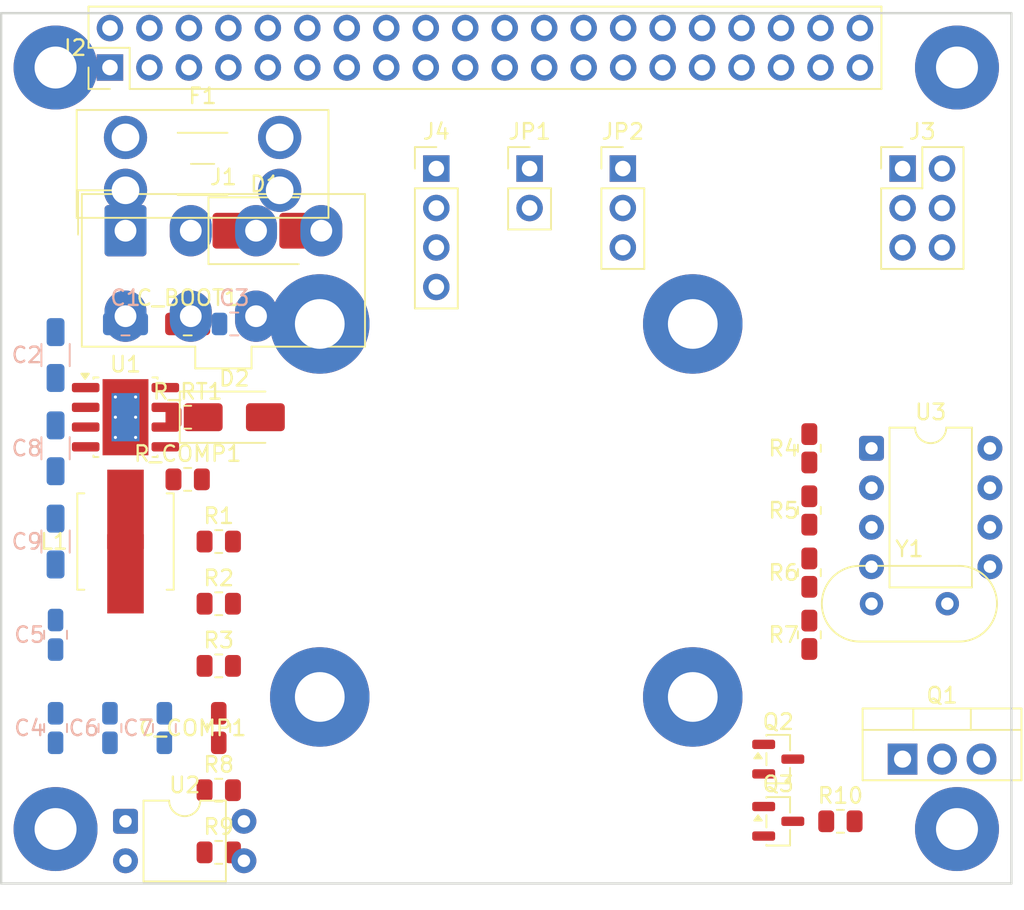
<source format=kicad_pcb>
(kicad_pcb (version 20241229) (generator "pcbnew") (generator_version "9.0")
  (layers (0 "F.Cu" signal) (2 "B.Cu" signal) (13 "F.Paste" user) (15 "B.Paste" user) (5 "F.SilkS" user "F.Silkscreen") (7 "B.SilkS" user "B.Silkscreen") (1 "F.Mask" user) (3 "B.Mask" user) (25 "Edge.Cuts" user))
  (net 0 "")
  (net 1 "GND")
  (net 2 "+3.3V")
  (net 3 "+5V")
  (net 4 "IGN_DETECT")
  (net 5 "XTAL1")
  (net 6 "XTAL2")
  (net 7 "12V_FUSED")
  (net 8 "/U1_BOOT")
  (net 9 "/U1_SW")
  (net 10 "/COMP_RC")
  (net 11 "12V_ACC")
  (net 13 "FAN_TACH")
  (net 31 "SHUTDOWN_REQ")
  (net 45 "FAN+")
  (net 46 "FAN-")
  (net 52 "12V_SWITCHED")
  (net 53 "/Q1_GATE")
  (net 54 "GATE_CTRL")
  (net 55 "FAN_PWM")
  (net 56 "/U1_FB")
  (net 57 "R6_OUT")
  (net 58 "RESET")
  (net 59 "Q2_GATE")
  (net 60 "/U1_COMP")
  (net 61 "/RT_CLK")
  (net 62 "HEARTBEAT_LED")
  (net 63 "TIMER_LED")
  (footprint "Diode_SMD:D_SMA" (layer "F.Cu") (at 110.78 80)
    (property "Reference" "D2" (at 0 -2.5 0) (layer "F.SilkS"))
    (property "Value" "SS34")
    (fp_line (start -3.51 -1.65) (end -3.51 1.65) (stroke (width 0.12)) (layer "F.SilkS"))
    (fp_line (start -3.51 -1.65) (end 2 -1.65) (stroke (width 0.12)) (layer "F.SilkS"))
    (fp_line (start -3.51 1.65) (end 2 1.65) (stroke (width 0.12)) (layer "F.SilkS"))
    (pad "1" smd roundrect (at -2 0) (size 2.5 1.8) (layers "F.Cu" "F.Mask" "F.Paste") (roundrect_rratio 0.1388888889) (net 7 "12V_FUSED"))
    (pad "2" smd roundrect (at 2 0) (size 2.5 1.8) (layers "F.Cu" "F.Mask" "F.Paste") (roundrect_rratio 0.1388888889) (net 7 "12V_FUSED"))
  )
  (footprint "Resistor_SMD:R_0805_2012Metric" (layer "F.Cu") (at 109.78 92)
    (property "Reference" "R2" (at 0 -1.65 0) (layer "F.SilkS"))
    (property "Value" "470")
    (fp_line (start -0.227064 -0.735) (end 0.227064 -0.735) (stroke (width 0.12)) (layer "F.SilkS"))
    (fp_line (start -0.227064 0.735) (end 0.227064 0.735) (stroke (width 0.12)) (layer "F.SilkS"))
    (pad "1" smd roundrect (at -0.9125 0) (size 1.025 1.4) (layers "F.Cu" "F.Mask" "F.Paste") (roundrect_rratio 0.243902) (net 53 "/Q1_GATE"))
    (pad "2" smd roundrect (at 0.9125 0) (size 1.025 1.4) (layers "F.Cu" "F.Mask" "F.Paste") (roundrect_rratio 0.243902) (net 54 "GATE_CTRL"))
  )
  (footprint "Package_SO:Texas_R-PDSO-G8_EP2.95x4.9mm_Mask2.4x3.1mm_ThermalVias" (layer "F.Cu") (at 103.78 80)
    (property "Reference" "U1" (at 0 -3.4 0) (layer "F.SilkS"))
    (property "Value" "TPS54560BDDA")
    (fp_line (start -2.06 -2.56) (end -1.735 -2.56) (stroke (width 0.12)) (layer "F.SilkS"))
    (fp_line (start -2.06 -2.465) (end -2.06 -2.56) (stroke (width 0.12)) (layer "F.SilkS"))
    (fp_line (start -2.06 2.56) (end -2.06 2.465) (stroke (width 0.12)) (layer "F.SilkS"))
    (fp_line (start -1.735 2.56) (end -2.06 2.56) (stroke (width 0.12)) (layer "F.SilkS"))
    (fp_line (start 1.735 -2.56) (end 2.06 -2.56) (stroke (width 0.12)) (layer "F.SilkS"))
    (fp_line (start 2.06 -2.56) (end 2.06 -2.465) (stroke (width 0.12)) (layer "F.SilkS"))
    (fp_line (start 2.06 2.465) (end 2.06 2.56) (stroke (width 0.12)) (layer "F.SilkS"))
    (fp_line (start 2.06 2.56) (end 1.735 2.56) (stroke (width 0.12)) (layer "F.SilkS"))
    (fp_poly (pts (xy -2.6 -2.47) (xy -2.84 -2.8) (xy -2.36 -2.8)) (stroke (width 0.12)) (fill yes) (layer "F.SilkS"))
    (pad "1" smd roundrect (at -2.5625 -1.905) (size 1.775 0.6) (layers "F.Cu" "F.Mask" "F.Paste") (net 8 "/U1_BOOT"))
    (pad "2" smd roundrect (at -2.5625 -0.635) (size 1.775 0.6) (layers "F.Cu" "F.Mask" "F.Paste") (net 7 "12V_FUSED"))
    (pad "3" smd roundrect (at -2.5625 0.635) (size 1.775 0.6) (layers "F.Cu" "F.Mask" "F.Paste") (net 7 "12V_FUSED"))
    (pad "4" smd roundrect (at -2.5625 1.905) (size 1.775 0.6) (layers "F.Cu" "F.Mask" "F.Paste") (net 61 "/RT_CLK"))
    (pad "5" smd roundrect (at 2.5625 1.905) (size 1.775 0.6) (layers "F.Cu" "F.Mask" "F.Paste") (net 56 "/U1_FB"))
    (pad "6" smd roundrect (at 2.5625 0.635) (size 1.775 0.6) (layers "F.Cu" "F.Mask" "F.Paste") (net 60 "/U1_COMP"))
    (pad "7" smd roundrect (at 2.5625 -0.635) (size 1.775 0.6) (layers "F.Cu" "F.Mask" "F.Paste") (net 1 "GND"))
    (pad "8" smd roundrect (at 2.5625 -1.905) (size 1.775 0.6) (layers "F.Cu" "F.Mask" "F.Paste") (net 9 "/U1_SW"))
    (pad "9" thru_hole circle (at -0.65 -1.3) (size 0.5 0.5) (drill 0.2) (property pad_prop_heatsink) (layers "*.Cu") (net 1 "GND"))
    (pad "9" thru_hole circle (at -0.65 0) (size 0.5 0.5) (drill 0.2) (property pad_prop_heatsink) (layers "*.Cu") (net 1 "GND"))
    (pad "9" thru_hole circle (at -0.65 1.3) (size 0.5 0.5) (drill 0.2) (property pad_prop_heatsink) (layers "*.Cu") (net 1 "GND"))
    (pad "9" smd rect (at 0 0) (size 1.8 3.1) (property pad_prop_heatsink) (layers "B.Cu") (net 1 "GND"))
    (pad "9" smd rect (at 0 0) (size 2.95 4.9) (property pad_prop_heatsink) (layers "F.Cu") (net 1 "GND"))
    (pad "9" thru_hole circle (at 0.65 -1.3) (size 0.5 0.5) (drill 0.2) (property pad_prop_heatsink) (layers "*.Cu") (net 1 "GND"))
    (pad "9" thru_hole circle (at 0.65 0) (size 0.5 0.5) (drill 0.2) (property pad_prop_heatsink) (layers "*.Cu") (net 1 "GND"))
    (pad "9" thru_hole circle (at 0.65 1.3) (size 0.5 0.5) (drill 0.2) (property pad_prop_heatsink) (layers "*.Cu") (net 1 "GND"))
  )
  (footprint "Resistor_SMD:R_0805_2012Metric" (layer "F.Cu") (at 109.78 96)
    (property "Reference" "R3" (at 0 -1.65 0) (layer "F.SilkS"))
    (property "Value" "51k 1%")
    (fp_line (start -0.227064 -0.735) (end 0.227064 -0.735) (stroke (width 0.12)) (layer "F.SilkS"))
    (fp_line (start -0.227064 0.735) (end 0.227064 0.735) (stroke (width 0.12)) (layer "F.SilkS"))
    (pad "1" smd roundrect (at -0.9125 0) (size 1.025 1.4) (layers "F.Cu" "F.Mask" "F.Paste") (roundrect_rratio 0.243902) (net 3 "+5V"))
    (pad "2" smd roundrect (at 0.9125 0) (size 1.025 1.4) (layers "F.Cu" "F.Mask" "F.Paste") (roundrect_rratio 0.243902) (net 56 "/U1_FB"))
  )
  (footprint "MountingHole:MountingHole_2.7mm_M2.5" (layer "F.Cu") (at 99.28 57.5)
    (property "Reference" "H1" (hide yes))
    (property "Value" "MountingHole" (hide yes))
    (pad "1" thru_hole circle (at 0 0) (size 5.4 5.4) (drill 2.7) (layers "*.Cu" "*.Mask"))
  )
  (footprint "Capacitor_SMD:C_0805_2012Metric" (layer "B.Cu") (at 103.78 74)
    (property "Reference" "C1" (at 0 -1.68 0) (layer "B.SilkS"))
    (property "Value" "100nF")
    (fp_line (start -0.261252 -0.735) (end 0.261252 -0.735) (stroke (width 0.12)) (layer "B.SilkS"))
    (fp_line (start -0.261252 0.735) (end 0.261252 0.735) (stroke (width 0.12)) (layer "B.SilkS"))
    (pad "1" smd roundrect (at -0.95 0) (size 1 1.45) (layers "B.Cu" "B.Mask" "B.Paste") (net 2 "+3.3V"))
    (pad "2" smd roundrect (at 0.95 0) (size 1 1.45) (layers "B.Cu" "B.Mask" "B.Paste") (net 1 "GND"))
  )
  (footprint "MountingHole:MountingHole_2.7mm_M2.5" (layer "F.Cu") (at 157.28 57.5)
    (property "Reference" "H2" (hide yes))
    (property "Value" "MountingHole" (hide yes))
    (pad "1" thru_hole circle (at 0 0) (size 5.4 5.4) (drill 2.7) (layers "*.Cu" "*.Mask"))
  )
  (footprint "Capacitor_SMD:C_1206_3216Metric" (layer "B.Cu") (at 99.28 88 90)
    (property "Reference" "C9" (at 0 -1.85 0) (layer "B.SilkS"))
    (property "Value" "22uF")
    (fp_line (start -0.711252 -0.91) (end 0.711252 -0.91) (stroke (width 0.12)) (layer "B.SilkS"))
    (fp_line (start -0.711252 0.91) (end 0.711252 0.91) (stroke (width 0.12)) (layer "B.SilkS"))
    (pad "1" smd roundrect (at -1.475 0) (size 1.15 1.8) (layers "B.Cu" "B.Mask" "B.Paste") (roundrect_rratio 0.217391) (net 7 "12V_FUSED"))
    (pad "2" smd roundrect (at 1.475 0) (size 1.15 1.8) (layers "B.Cu" "B.Mask" "B.Paste") (roundrect_rratio 0.217391) (net 1 "GND"))
  )
  (footprint "Connector_PinHeader_2.54mm:PinHeader_2x03_P2.54mm_Vertical" (layer "F.Cu") (at 153.78 64)
    (property "Reference" "J3" (at 1.27 -2.38 0) (layer "F.SilkS"))
    (property "Value" "ISP")
    (fp_line (start -1.38 -1.38) (end 0 -1.38) (stroke (width 0.12)) (layer "F.SilkS"))
    (fp_line (start -1.38 0) (end -1.38 -1.38) (stroke (width 0.12)) (layer "F.SilkS"))
    (fp_line (start -1.38 1.27) (end -1.38 6.46) (stroke (width 0.12)) (layer "F.SilkS"))
    (fp_line (start -1.38 1.27) (end 1.27 1.27) (stroke (width 0.12)) (layer "F.SilkS"))
    (fp_line (start -1.38 6.46) (end 3.92 6.46) (stroke (width 0.12)) (layer "F.SilkS"))
    (fp_line (start 1.27 -1.38) (end 3.92 -1.38) (stroke (width 0.12)) (layer "F.SilkS"))
    (fp_line (start 1.27 1.27) (end 1.27 -1.38) (stroke (width 0.12)) (layer "F.SilkS"))
    (fp_line (start 3.92 -1.38) (end 3.92 6.46) (stroke (width 0.12)) (layer "F.SilkS"))
    (pad "1" thru_hole rect (at 0 0) (size 1.7 1.7) (drill 1) (layers "*.Cu" "*.Mask"))
    (pad "2" thru_hole circle (at 2.54 0) (size 1.7 1.7) (drill 1) (layers "*.Cu" "*.Mask"))
    (pad "3" thru_hole circle (at 0 2.54) (size 1.7 1.7) (drill 1) (layers "*.Cu" "*.Mask"))
    (pad "4" thru_hole circle (at 2.54 2.54) (size 1.7 1.7) (drill 1) (layers "*.Cu" "*.Mask"))
    (pad "5" thru_hole circle (at 0 5.08) (size 1.7 1.7) (drill 1) (layers "*.Cu" "*.Mask"))
    (pad "6" thru_hole circle (at 2.54 5.08) (size 1.7 1.7) (drill 1) (layers "*.Cu" "*.Mask"))
  )
  (footprint "Capacitor_SMD:C_0805_2012Metric" (layer "B.Cu") (at 99.28 100 90)
    (property "Reference" "C4" (at 0 -1.68 0) (layer "B.SilkS"))
    (property "Value" "22pF")
    (fp_line (start -0.261252 -0.735) (end 0.261252 -0.735) (stroke (width 0.12)) (layer "B.SilkS"))
    (fp_line (start -0.261252 0.735) (end 0.261252 0.735) (stroke (width 0.12)) (layer "B.SilkS"))
    (pad "1" smd roundrect (at -0.95 0) (size 1 1.45) (layers "B.Cu" "B.Mask" "B.Paste") (net 2 "+3.3V"))
    (pad "2" smd roundrect (at 0.95 0) (size 1 1.45) (layers "B.Cu" "B.Mask" "B.Paste") (net 1 "GND"))
  )
  (footprint "Capacitor_SMD:C_0805_2012Metric" (layer "F.Cu") (at 107.78 74)
    (property "Reference" "C_BOOT1" (at 0 -1.68 0) (layer "F.SilkS"))
    (property "Value" "100nF")
    (fp_line (start -0.261252 -0.735) (end 0.261252 -0.735) (stroke (width 0.12)) (layer "F.SilkS"))
    (fp_line (start -0.261252 0.735) (end 0.261252 0.735) (stroke (width 0.12)) (layer "F.SilkS"))
    (pad "1" smd roundrect (at -0.95 0) (size 1 1.45) (layers "F.Cu" "F.Mask" "F.Paste") (net 9 "/U1_SW"))
    (pad "2" smd roundrect (at 0.95 0) (size 1 1.45) (layers "F.Cu" "F.Mask" "F.Paste") (net 8 "/U1_BOOT"))
  )
  (footprint "Inductor_SMD:L_Bourns_SRN6045TA" (layer "F.Cu") (at 103.78 88 90)
    (property "Reference" "L1" (at 0 -4.6 0) (layer "F.SilkS"))
    (property "Value" "33uH")
    (fp_line (start 3.1 -3.1) (end 3.1 -2.65) (stroke (width 0.12)) (layer "F.SilkS"))
    (fp_line (start -3.1 -3.1) (end 3.1 -3.1) (stroke (width 0.12)) (layer "F.SilkS"))
    (fp_line (start -3.1 -3.1) (end -3.1 -2.65) (stroke (width 0.12)) (layer "F.SilkS"))
    (fp_line (start 3.1 3.1) (end 3.1 2.65) (stroke (width 0.12)) (layer "F.SilkS"))
    (fp_line (start 3.1 3.1) (end -3.1 3.1) (stroke (width 0.12)) (layer "F.SilkS"))
    (fp_line (start -3.1 3.1) (end -3.1 2.65) (stroke (width 0.12)) (layer "F.SilkS"))
    (pad "1" smd rect (at -2.075 0) (size 2.35 5.1) (layers "F.Cu" "F.Mask" "F.Paste") (net 9 "/U1_SW"))
    (pad "2" smd rect (at 2.075 0) (size 2.35 5.1) (layers "F.Cu" "F.Mask" "F.Paste") (net 3 "+5V"))
  )
  (footprint "MountingHole:MountingHole_2.7mm_M2.5" (layer "F.Cu") (at 99.28 106.5)
    (property "Reference" "H3" (hide yes))
    (property "Value" "MountingHole" (hide yes))
    (pad "1" thru_hole circle (at 0 0) (size 5.4 5.4) (drill 2.7) (layers "*.Cu" "*.Mask"))
  )
  (footprint "Connector_PinHeader_2.54mm:PinHeader_1x02_P2.54mm_Vertical" (layer "F.Cu") (at 129.78 64)
    (property "Reference" "JP1" (at 0 -2.38 0) (layer "F.SilkS"))
    (property "Value" "Jumper")
    (fp_line (start -1.38 -1.38) (end 0 -1.38) (stroke (width 0.12)) (layer "F.SilkS"))
    (fp_line (start -1.38 0) (end -1.38 -1.38) (stroke (width 0.12)) (layer "F.SilkS"))
    (fp_line (start -1.38 1.27) (end -1.38 3.92) (stroke (width 0.12)) (layer "F.SilkS"))
    (fp_line (start -1.38 1.27) (end 1.38 1.27) (stroke (width 0.12)) (layer "F.SilkS"))
    (fp_line (start -1.38 3.92) (end 1.38 3.92) (stroke (width 0.12)) (layer "F.SilkS"))
    (fp_line (start 1.38 1.27) (end 1.38 3.92) (stroke (width 0.12)) (layer "F.SilkS"))
    (pad "1" thru_hole rect (at 0 0) (size 1.7 1.7) (drill 1) (layers "*.Cu" "*.Mask"))
    (pad "2" thru_hole circle (at 0 2.54) (size 1.7 1.7) (drill 1) (layers "*.Cu" "*.Mask"))
  )
  (footprint "Resistor_SMD:R_0805_2012Metric" (layer "F.Cu") (at 109.78 88)
    (property "Reference" "R1" (at 0 -1.65 0) (layer "F.SilkS"))
    (property "Value" "10k 1%")
    (fp_line (start -0.227064 -0.735) (end 0.227064 -0.735) (stroke (width 0.12)) (layer "F.SilkS"))
    (fp_line (start -0.227064 0.735) (end 0.227064 0.735) (stroke (width 0.12)) (layer "F.SilkS"))
    (pad "1" smd roundrect (at -0.9125 0) (size 1.025 1.4) (layers "F.Cu" "F.Mask" "F.Paste") (roundrect_rratio 0.243902) (net 1 "GND"))
    (pad "2" smd roundrect (at 0.9125 0) (size 1.025 1.4) (layers "F.Cu" "F.Mask" "F.Paste") (roundrect_rratio 0.243902) (net 56 "/U1_FB"))
  )
  (footprint "Diode_SMD:D_SMB" (layer "F.Cu") (at 112.78 68)
    (property "Reference" "D1" (at 0 -3 0) (layer "F.SilkS"))
    (property "Value" "SMBJ18A")
    (fp_line (start -3.66 -2.15) (end -3.66 2.15) (stroke (width 0.12)) (layer "F.SilkS"))
    (fp_line (start -3.66 -2.15) (end 2.15 -2.15) (stroke (width 0.12)) (layer "F.SilkS"))
    (fp_line (start -3.66 2.15) (end 2.15 2.15) (stroke (width 0.12)) (layer "F.SilkS"))
    (pad "1" smd roundrect (at -2.15 0) (size 2.5 2.3) (layers "F.Cu" "F.Mask" "F.Paste") (roundrect_rratio 0.1086956522) (net 7 "12V_FUSED"))
    (pad "2" smd roundrect (at 2.15 0) (size 2.5 2.3) (layers "F.Cu" "F.Mask" "F.Paste") (roundrect_rratio 0.1086956522) (net 1 "GND"))
  )
  (footprint "MountingHole:MountingHole_2.7mm_M2.5" (layer "F.Cu") (at 157.28 106.5)
    (property "Reference" "H4" (hide yes))
    (property "Value" "MountingHole" (hide yes))
    (pad "1" thru_hole circle (at 0 0) (size 5.4 5.4) (drill 2.7) (layers "*.Cu" "*.Mask"))
  )
  (footprint "Resistor_SMD:R_0805_2012Metric" (layer "F.Cu") (at 147.78 86 90)
    (property "Reference" "R5" (at 0 -1.65 0) (layer "F.SilkS"))
    (property "Value" "10k")
    (fp_line (start -0.227064 -0.735) (end 0.227064 -0.735) (stroke (width 0.12)) (layer "F.SilkS"))
    (fp_line (start -0.227064 0.735) (end 0.227064 0.735) (stroke (width 0.12)) (layer "F.SilkS"))
    (pad "1" smd roundrect (at -0.9125 0) (size 1.025 1.4) (layers "F.Cu" "F.Mask" "F.Paste") (roundrect_rratio 0.243902) (net 53 "/Q1_GATE"))
    (pad "2" smd roundrect (at 0.9125 0) (size 1.025 1.4) (layers "F.Cu" "F.Mask" "F.Paste") (roundrect_rratio 0.243902) (net 54 "GATE_CTRL"))
  )
  (footprint "Capacitor_SMD:C_0805_2012Metric" (layer "B.Cu") (at 99.28 94 90)
    (property "Reference" "C5" (at 0 -1.68 0) (layer "B.SilkS"))
    (property "Value" "100nF")
    (fp_line (start -0.261252 -0.735) (end 0.261252 -0.735) (stroke (width 0.12)) (layer "B.SilkS"))
    (fp_line (start -0.261252 0.735) (end 0.261252 0.735) (stroke (width 0.12)) (layer "B.SilkS"))
    (pad "1" smd roundrect (at -0.95 0) (size 1 1.45) (layers "B.Cu" "B.Mask" "B.Paste") (net 2 "+3.3V"))
    (pad "2" smd roundrect (at 0.95 0) (size 1 1.45) (layers "B.Cu" "B.Mask" "B.Paste") (net 1 "GND"))
  )
  (footprint "MountingHole:MountingHole_3.2mm_M3" (layer "F.Cu") (at 116.28 74)
    (property "Reference" "FH1" (hide yes))
    (property "Value" "FanMount" (hide yes))
    (pad "1" thru_hole circle (at 0 0) (size 6.4 6.4) (drill 3.2) (layers "*.Cu" "*.Mask"))
  )
  (footprint "Capacitor_SMD:C_1206_3216Metric" (layer "B.Cu") (at 99.28 76 90)
    (property "Reference" "C2" (at 0 -1.85 0) (layer "B.SilkS"))
    (property "Value" "10uF")
    (fp_line (start -0.711252 -0.91) (end 0.711252 -0.91) (stroke (width 0.12)) (layer "B.SilkS"))
    (fp_line (start -0.711252 0.91) (end 0.711252 0.91) (stroke (width 0.12)) (layer "B.SilkS"))
    (pad "1" smd roundrect (at -1.475 0) (size 1.15 1.8) (layers "B.Cu" "B.Mask" "B.Paste") (roundrect_rratio 0.217391) (net 3 "+5V"))
    (pad "2" smd roundrect (at 1.475 0) (size 1.15 1.8) (layers "B.Cu" "B.Mask" "B.Paste") (roundrect_rratio 0.217391) (net 1 "GND"))
  )
  (footprint "Resistor_SMD:R_0805_2012Metric" (layer "F.Cu") (at 147.78 94 90)
    (property "Reference" "R7" (at 0 -1.65 0) (layer "F.SilkS"))
    (property "Value" "120")
    (fp_line (start -0.227064 -0.735) (end 0.227064 -0.735) (stroke (width 0.12)) (layer "F.SilkS"))
    (fp_line (start -0.227064 0.735) (end 0.227064 0.735) (stroke (width 0.12)) (layer "F.SilkS"))
    (pad "1" smd roundrect (at -0.9125 0) (size 1.025 1.4) (layers "F.Cu" "F.Mask" "F.Paste") (roundrect_rratio 0.243902) (net 2 "+3.3V"))
    (pad "2" smd roundrect (at 0.9125 0) (size 1.025 1.4) (layers "F.Cu" "F.Mask" "F.Paste") (roundrect_rratio 0.243902) (net 58 "RESET"))
  )
  (footprint "Crystal:Crystal_HC49-4H_Vertical" (layer "F.Cu") (at 151.78 92)
    (property "Reference" "Y1" (at 2.44 -3.52 0) (layer "F.SilkS"))
    (property "Value" "16Mhz Crystal")
    (fp_line (start -0.76 -2.435) (end 5.64 -2.435) (stroke (width 0.12)) (layer "F.SilkS"))
    (fp_line (start 5.64 2.435) (end -0.76 2.435) (stroke (width 0.12)) (layer "F.SilkS"))
    (fp_arc (start -0.76 2.435) (mid -3.195 0) (end -0.76 -2.435) (stroke (width 0.12)) (layer "F.SilkS"))
    (fp_arc (start 5.64 -2.435) (mid 8.075 0) (end 5.64 2.435) (stroke (width 0.12)) (layer "F.SilkS"))
    (pad "1" thru_hole circle (at 0 0) (size 1.5 1.5) (drill 0.8) (layers "*.Cu" "*.Mask") (net 5 "XTAL1"))
    (pad "2" thru_hole circle (at 4.88 0) (size 1.5 1.5) (drill 0.8) (layers "*.Cu" "*.Mask") (net 6 "XTAL2"))
  )
  (footprint "MountingHole:MountingHole_3.2mm_M3" (layer "F.Cu") (at 140.28 74)
    (property "Reference" "FH2" (hide yes))
    (property "Value" "FanMount" (hide yes))
    (pad "1" thru_hole circle (at 0 0) (size 6.4 6.4) (drill 3.2) (layers "*.Cu" "*.Mask"))
  )
  (footprint "Fuse:Fuseholder_Blade_Mini_Keystone_3568" (layer "F.Cu") (at 103.78 62)
    (property "Reference" "F1" (at 4.96 -2.67 0) (layer "F.SilkS"))
    (property "Value" "5A")
    (fp_line (start -3.14 -1.77) (end -3.14 5.17) (stroke (width 0.12)) (layer "F.SilkS"))
    (fp_line (start -3.14 5.17) (end 13.06 5.17) (stroke (width 0.12)) (layer "F.SilkS"))
    (fp_line (start 3.36 -0.3) (end 6.56 -0.3) (stroke (width 0.12)) (layer "F.SilkS"))
    (fp_line (start 4.21 1.7) (end 5.71 1.7) (stroke (width 0.12)) (layer "F.SilkS"))
    (fp_line (start 6.56 3.7) (end 3.36 3.7) (stroke (width 0.12)) (layer "F.SilkS"))
    (fp_line (start 13.06 -1.77) (end -3.14 -1.77) (stroke (width 0.12)) (layer "F.SilkS"))
    (fp_line (start 13.06 5.17) (end 13.06 -1.77) (stroke (width 0.12)) (layer "F.SilkS"))
    (pad "1" thru_hole circle (at 0 0) (size 2.78 2.78) (drill 1.78) (layers "*.Cu" "*.Mask") (net 7 "12V_FUSED"))
    (pad "1" thru_hole circle (at 0 3.4) (size 2.78 2.78) (drill 1.78) (layers "*.Cu" "*.Mask") (net 7 "12V_FUSED"))
    (pad "2" thru_hole circle (at 9.92 0) (size 2.78 2.78) (drill 1.78) (layers "*.Cu" "*.Mask") (net 7 "12V_FUSED"))
    (pad "2" thru_hole circle (at 9.92 3.4) (size 2.78 2.78) (drill 1.78) (layers "*.Cu" "*.Mask") (net 7 "12V_FUSED"))
  )
  (footprint "Resistor_SMD:R_0805_2012Metric" (layer "F.Cu") (at 109.78 108)
    (property "Reference" "R9" (at 0 -1.65 0) (layer "F.SilkS"))
    (property "Value" "1k")
    (fp_line (start -0.227064 -0.735) (end 0.227064 -0.735) (stroke (width 0.12)) (layer "F.SilkS"))
    (fp_line (start -0.227064 0.735) (end 0.227064 0.735) (stroke (width 0.12)) (layer "F.SilkS"))
    (pad "1" smd roundrect (at -0.9125 0) (size 1.025 1.4) (layers "F.Cu" "F.Mask" "F.Paste") (roundrect_rratio 0.243902) (net 54 "GATE_CTRL"))
    (pad "2" smd roundrect (at 0.9125 0) (size 1.025 1.4) (layers "F.Cu" "F.Mask" "F.Paste") (roundrect_rratio 0.243902) (net 59 "Q2_GATE"))
  )
  (footprint "Connector_PinHeader_2.54mm:PinHeader_2x20_P2.54mm_Vertical" (layer "F.Cu") (at 102.78 57.5 90)
    (property "Reference" "J2" (at 1.27 -2.38 0) (layer "F.SilkS"))
    (property "Value" "Raspberry_Pi_GPIO")
    (fp_line (start 3.92 -1.38) (end 3.92 49.64) (stroke (width 0.12)) (layer "F.SilkS"))
    (fp_line (start 1.27 -1.38) (end 3.92 -1.38) (stroke (width 0.12)) (layer "F.SilkS"))
    (fp_line (start -1.38 -1.38) (end 0 -1.38) (stroke (width 0.12)) (layer "F.SilkS"))
    (fp_line (start -1.38 0) (end -1.38 -1.38) (stroke (width 0.12)) (layer "F.SilkS"))
    (fp_line (start 1.27 1.27) (end 1.27 -1.38) (stroke (width 0.12)) (layer "F.SilkS"))
    (fp_line (start -1.38 1.27) (end 1.27 1.27) (stroke (width 0.12)) (layer "F.SilkS"))
    (fp_line (start -1.38 1.27) (end -1.38 49.64) (stroke (width 0.12)) (layer "F.SilkS"))
    (fp_line (start -1.38 49.64) (end 3.92 49.64) (stroke (width 0.12)) (layer "F.SilkS"))
    (pad "1" thru_hole rect (at 0 0) (size 1.7 1.7) (drill 1) (layers "*.Cu" "*.Mask") (net 2 "+3.3V"))
    (pad "2" thru_hole circle (at 2.54 0) (size 1.7 1.7) (drill 1) (layers "*.Cu" "*.Mask") (net 3 "+5V"))
    (pad "3" thru_hole circle (at 0 2.54) (size 1.7 1.7) (drill 1) (layers "*.Cu" "*.Mask"))
    (pad "4" thru_hole circle (at 2.54 2.54) (size 1.7 1.7) (drill 1) (layers "*.Cu" "*.Mask") (net 3 "+5V"))
    (pad "5" thru_hole circle (at 0 5.08) (size 1.7 1.7) (drill 1) (layers "*.Cu" "*.Mask"))
    (pad "6" thru_hole circle (at 2.54 5.08) (size 1.7 1.7) (drill 1) (layers "*.Cu" "*.Mask") (net 1 "GND"))
    (pad "7" thru_hole circle (at 0 7.62) (size 1.7 1.7) (drill 1) (layers "*.Cu" "*.Mask"))
    (pad "8" thru_hole circle (at 2.54 7.62) (size 1.7 1.7) (drill 1) (layers "*.Cu" "*.Mask"))
    (pad "9" thru_hole circle (at 0 10.16) (size 1.7 1.7) (drill 1) (layers "*.Cu" "*.Mask") (net 1 "GND"))
    (pad "10" thru_hole circle (at 2.54 10.16) (size 1.7 1.7) (drill 1) (layers "*.Cu" "*.Mask"))
    (pad "11" thru_hole circle (at 0 12.7) (size 1.7 1.7) (drill 1) (layers "*.Cu" "*.Mask"))
    (pad "12" thru_hole circle (at 2.54 12.7) (size 1.7 1.7) (drill 1) (layers "*.Cu" "*.Mask"))
    (pad "13" thru_hole circle (at 0 15.24) (size 1.7 1.7) (drill 1) (layers "*.Cu" "*.Mask"))
    (pad "14" thru_hole circle (at 2.54 15.24) (size 1.7 1.7) (drill 1) (layers "*.Cu" "*.Mask") (net 1 "GND"))
    (pad "15" thru_hole circle (at 0 17.78) (size 1.7 1.7) (drill 1) (layers "*.Cu" "*.Mask") (net 31 "SHUTDOWN_REQ"))
    (pad "16" thru_hole circle (at 2.54 17.78) (size 1.7 1.7) (drill 1) (layers "*.Cu" "*.Mask"))
    (pad "17" thru_hole circle (at 0 20.32) (size 1.7 1.7) (drill 1) (layers "*.Cu" "*.Mask") (net 2 "+3.3V"))
    (pad "18" thru_hole circle (at 2.54 20.32) (size 1.7 1.7) (drill 1) (layers "*.Cu" "*.Mask"))
    (pad "19" thru_hole circle (at 0 22.86) (size 1.7 1.7) (drill 1) (layers "*.Cu" "*.Mask"))
    (pad "20" thru_hole circle (at 2.54 22.86) (size 1.7 1.7) (drill 1) (layers "*.Cu" "*.Mask") (net 1 "GND"))
    (pad "21" thru_hole circle (at 0 25.4) (size 1.7 1.7) (drill 1) (layers "*.Cu" "*.Mask"))
    (pad "22" thru_hole circle (at 2.54 25.4) (size 1.7 1.7) (drill 1) (layers "*.Cu" "*.Mask"))
    (pad "23" thru_hole circle (at 0 27.94) (size 1.7 1.7) (drill 1) (layers "*.Cu" "*.Mask"))
    (pad "24" thru_hole circle (at 2.54 27.94) (size 1.7 1.7) (drill 1) (layers "*.Cu" "*.Mask"))
    (pad "25" thru_hole circle (at 0 30.48) (size 1.7 1.7) (drill 1) (layers "*.Cu" "*.Mask") (net 1 "GND"))
    (pad "26" thru_hole circle (at 2.54 30.48) (size 1.7 1.7) (drill 1) (layers "*.Cu" "*.Mask"))
    (pad "27" thru_hole circle (at 0 33.02) (size 1.7 1.7) (drill 1) (layers "*.Cu" "*.Mask"))
    (pad "28" thru_hole circle (at 2.54 33.02) (size 1.7 1.7) (drill 1) (layers "*.Cu" "*.Mask"))
    (pad "29" thru_hole circle (at 0 35.56) (size 1.7 1.7) (drill 1) (layers "*.Cu" "*.Mask"))
    (pad "30" thru_hole circle (at 2.54 35.56) (size 1.7 1.7) (drill 1) (layers "*.Cu" "*.Mask") (net 1 "GND"))
    (pad "31" thru_hole circle (at 0 38.1) (size 1.7 1.7) (drill 1) (layers "*.Cu" "*.Mask"))
    (pad "32" thru_hole circle (at 2.54 38.1) (size 1.7 1.7) (drill 1) (layers "*.Cu" "*.Mask") (net 55 "FAN_PWM"))
    (pad "33" thru_hole circle (at 0 40.64) (size 1.7 1.7) (drill 1) (layers "*.Cu" "*.Mask") (net 13 "FAN_TACH"))
    (pad "34" thru_hole circle (at 2.54 40.64) (size 1.7 1.7) (drill 1) (layers "*.Cu" "*.Mask") (net 1 "GND"))
    (pad "35" thru_hole circle (at 0 43.18) (size 1.7 1.7) (drill 1) (layers "*.Cu" "*.Mask"))
    (pad "36" thru_hole circle (at 2.54 43.18) (size 1.7 1.7) (drill 1) (layers "*.Cu" "*.Mask"))
    (pad "37" thru_hole circle (at 0 45.72) (size 1.7 1.7) (drill 1) (layers "*.Cu" "*.Mask"))
    (pad "38" thru_hole circle (at 2.54 45.72) (size 1.7 1.7) (drill 1) (layers "*.Cu" "*.Mask"))
    (pad "39" thru_hole circle (at 0 48.26) (size 1.7 1.7) (drill 1) (layers "*.Cu" "*.Mask") (net 1 "GND"))
    (pad "40" thru_hole circle (at 2.54 48.26) (size 1.7 1.7) (drill 1) (layers "*.Cu" "*.Mask"))
  )
  (footprint "MountingHole:MountingHole_3.2mm_M3" (layer "F.Cu") (at 116.28 98)
    (property "Reference" "FH3" (hide yes))
    (property "Value" "FanMount" (hide yes))
    (pad "1" thru_hole circle (at 0 0) (size 6.4 6.4) (drill 3.2) (layers "*.Cu" "*.Mask"))
  )
  (footprint "Package_TO_SOT_SMD:SOT-23" (layer "F.Cu") (at 145.78 106)
    (property "Reference" "Q3" (at 0 -2.4 0) (layer "F.SilkS"))
    (property "Value" "2N7002")
    (fp_line (start -0.76 -1.56) (end 0.76 -1.56) (stroke (width 0.12)) (layer "F.SilkS"))
    (fp_line (start -0.76 -1.51) (end -0.76 -1.56) (stroke (width 0.12)) (layer "F.SilkS"))
    (fp_line (start -0.76 0.39) (end -0.76 -0.39) (stroke (width 0.12)) (layer "F.SilkS"))
    (fp_line (start -0.76 1.56) (end -0.76 1.51) (stroke (width 0.12)) (layer "F.SilkS"))
    (fp_line (start 0.76 -1.56) (end 0.76 -0.56) (stroke (width 0.12)) (layer "F.SilkS"))
    (fp_line (start 0.76 0.56) (end 0.76 1.56) (stroke (width 0.12)) (layer "F.SilkS"))
    (fp_line (start 0.76 1.56) (end -0.76 1.56) (stroke (width 0.12)) (layer "F.SilkS"))
    (fp_poly (pts (xy -1.3 -0.38) (xy -1.06 -0.05) (xy -1.54 -0.05)) (stroke (width 0.12)) (fill yes) (layer "F.SilkS"))
    (pad "1" smd roundrect (at -0.9375 -0.95) (size 1.475 0.6) (layers "F.Cu" "F.Mask" "F.Paste") (net 55 "FAN_PWM"))
    (pad "2" smd roundrect (at -0.9375 0.95) (size 1.475 0.6) (layers "F.Cu" "F.Mask" "F.Paste") (net 1 "GND"))
    (pad "3" smd roundrect (at 0.9375 0) (size 1.475 0.6) (layers "F.Cu" "F.Mask" "F.Paste") (net 46 "FAN-"))
  )
  (footprint "Resistor_SMD:R_0805_2012Metric" (layer "F.Cu") (at 149.78 106)
    (property "Reference" "R10" (at 0 -1.65 0) (layer "F.SilkS"))
    (property "Value" "1k")
    (fp_line (start -0.227064 -0.735) (end 0.227064 -0.735) (stroke (width 0.12)) (layer "F.SilkS"))
    (fp_line (start -0.227064 0.735) (end 0.227064 0.735) (stroke (width 0.12)) (layer "F.SilkS"))
    (pad "1" smd roundrect (at -0.9125 0) (size 1.025 1.4) (layers "F.Cu" "F.Mask" "F.Paste") (roundrect_rratio 0.243902) (net 55 "FAN_PWM"))
    (pad "2" smd roundrect (at 0.9125 0) (size 1.025 1.4) (layers "F.Cu" "F.Mask" "F.Paste") (roundrect_rratio 0.243902) (net 1 "GND"))
  )
  (footprint "MountingHole:MountingHole_3.2mm_M3" (layer "F.Cu") (at 140.28 98)
    (property "Reference" "FH4" (hide yes))
    (property "Value" "FanMount" (hide yes))
    (pad "1" thru_hole circle (at 0 0) (size 6.4 6.4) (drill 3.2) (layers "*.Cu" "*.Mask"))
  )
  (footprint "Connector_PinHeader_2.54mm:PinHeader_1x03_P2.54mm_Vertical" (layer "F.Cu") (at 135.78 64)
    (property "Reference" "JP2" (at 0 -2.38 0) (layer "F.SilkS"))
    (property "Value" "5V/12V")
    (fp_line (start -1.38 -1.38) (end 0 -1.38) (stroke (width 0.12)) (layer "F.SilkS"))
    (fp_line (start -1.38 0) (end -1.38 -1.38) (stroke (width 0.12)) (layer "F.SilkS"))
    (fp_line (start -1.38 1.27) (end -1.38 6.46) (stroke (width 0.12)) (layer "F.SilkS"))
    (fp_line (start -1.38 1.27) (end 1.38 1.27) (stroke (width 0.12)) (layer "F.SilkS"))
    (fp_line (start -1.38 6.46) (end 1.38 6.46) (stroke (width 0.12)) (layer "F.SilkS"))
    (fp_line (start 1.38 1.27) (end 1.38 6.46) (stroke (width 0.12)) (layer "F.SilkS"))
    (pad "1" thru_hole rect (at 0 0) (size 1.7 1.7) (drill 1) (layers "*.Cu" "*.Mask"))
    (pad "2" thru_hole circle (at 0 2.54) (size 1.7 1.7) (drill 1) (layers "*.Cu" "*.Mask"))
    (pad "3" thru_hole circle (at 0 5.08) (size 1.7 1.7) (drill 1) (layers "*.Cu" "*.Mask"))
  )
  (footprint "Resistor_SMD:R_0805_2012Metric" (layer "F.Cu") (at 107.78 80)
    (property "Reference" "R_RT1" (at 0 -1.65 0) (layer "F.SilkS"))
    (property "Value" "100k")
    (fp_line (start -0.227064 -0.735) (end 0.227064 -0.735) (stroke (width 0.12)) (layer "F.SilkS"))
    (fp_line (start -0.227064 0.735) (end 0.227064 0.735) (stroke (width 0.12)) (layer "F.SilkS"))
    (pad "1" smd roundrect (at -0.9125 0) (size 1.025 1.4) (layers "F.Cu" "F.Mask" "F.Paste") (roundrect_rratio 0.243902) (net 61 "/RT_CLK"))
    (pad "2" smd roundrect (at 0.9125 0) (size 1.025 1.4) (layers "F.Cu" "F.Mask" "F.Paste") (roundrect_rratio 0.243902) (net 1 "GND"))
  )
  (footprint "Capacitor_SMD:C_0805_2012Metric" (layer "B.Cu") (at 110.78 74)
    (property "Reference" "C3" (at 0 -1.68 0) (layer "B.SilkS"))
    (property "Value" "22pF")
    (fp_line (start -0.261252 -0.735) (end 0.261252 -0.735) (stroke (width 0.12)) (layer "B.SilkS"))
    (fp_line (start -0.261252 0.735) (end 0.261252 0.735) (stroke (width 0.12)) (layer "B.SilkS"))
    (pad "1" smd roundrect (at -0.95 0) (size 1 1.45) (layers "B.Cu" "B.Mask" "B.Paste") (net 4 "IGN_DETECT"))
    (pad "2" smd roundrect (at 0.95 0) (size 1 1.45) (layers "B.Cu" "B.Mask" "B.Paste") (net 1 "GND"))
  )
  (footprint "Resistor_SMD:R_0805_2012Metric" (layer "F.Cu") (at 147.78 90 90)
    (property "Reference" "R6" (at 0 -1.65 0) (layer "F.SilkS"))
    (property "Value" "1k")
    (fp_line (start -0.227064 -0.735) (end 0.227064 -0.735) (stroke (width 0.12)) (layer "F.SilkS"))
    (fp_line (start -0.227064 0.735) (end 0.227064 0.735) (stroke (width 0.12)) (layer "F.SilkS"))
    (pad "1" smd roundrect (at -0.9125 0) (size 1.025 1.4) (layers "F.Cu" "F.Mask" "F.Paste") (roundrect_rratio 0.243902) (net 7 "12V_FUSED"))
    (pad "2" smd roundrect (at 0.9125 0) (size 1.025 1.4) (layers "F.Cu" "F.Mask" "F.Paste") (roundrect_rratio 0.243902) (net 1 "GND"))
  )
  (footprint "Package_TO_SOT_THT:TO-220-3_Vertical" (layer "F.Cu") (at 153.78 102)
    (property "Reference" "Q1" (at 2.54 -4.1 0) (layer "F.SilkS"))
    (property "Value" "IRLB8721PBF")
    (fp_line (start -2.57 -3.26) (end 7.65 -3.26) (stroke (width 0.12)) (layer "F.SilkS"))
    (fp_line (start -2.57 -1.88) (end 7.65 -1.88) (stroke (width 0.12)) (layer "F.SilkS"))
    (fp_line (start -2.57 1.36) (end -2.57 -3.26) (stroke (width 0.12)) (layer "F.SilkS"))
    (fp_line (start 0.69 -3.26) (end 0.69 -1.88) (stroke (width 0.12)) (layer "F.SilkS"))
    (fp_line (start 4.39 -3.26) (end 4.39 -1.88) (stroke (width 0.12)) (layer "F.SilkS"))
    (fp_line (start 7.65 -3.26) (end 7.65 1.36) (stroke (width 0.12)) (layer "F.SilkS"))
    (fp_line (start 7.65 1.36) (end -2.57 1.36) (stroke (width 0.12)) (layer "F.SilkS"))
    (pad "1" thru_hole rect (at 0 0) (size 1.905 2) (drill 1.1) (layers "*.Cu" "*.Mask") (net 53 "/Q1_GATE"))
    (pad "2" thru_hole oval (at 2.54 0) (size 1.905 2) (drill 1.1) (layers "*.Cu" "*.Mask") (net 52 "12V_SWITCHED"))
    (pad "3" thru_hole oval (at 5.08 0) (size 1.905 2) (drill 1.1) (layers "*.Cu" "*.Mask") (net 52 "12V_SWITCHED"))
  )
  (footprint "Resistor_SMD:R_0805_2012Metric" (layer "F.Cu") (at 147.78 82 90)
    (property "Reference" "R4" (at 0 -1.65 0) (layer "F.SilkS"))
    (property "Value" "10k")
    (fp_line (start -0.227064 -0.735) (end 0.227064 -0.735) (stroke (width 0.12)) (layer "F.SilkS"))
    (fp_line (start -0.227064 0.735) (end 0.227064 0.735) (stroke (width 0.12)) (layer "F.SilkS"))
    (pad "1" smd roundrect (at -0.9125 0) (size 1.025 1.4) (layers "F.Cu" "F.Mask" "F.Paste") (roundrect_rratio 0.243902) (net 11 "12V_ACC"))
    (pad "2" smd roundrect (at 0.9125 0) (size 1.025 1.4) (layers "F.Cu" "F.Mask" "F.Paste") (roundrect_rratio 0.243902) (net 57 "R6_OUT"))
  )
  (footprint "Capacitor_SMD:C_1206_3216Metric" (layer "B.Cu") (at 99.28 82 90)
    (property "Reference" "C8" (at 0 -1.85 0) (layer "B.SilkS"))
    (property "Value" "10uF")
    (fp_line (start -0.711252 -0.91) (end 0.711252 -0.91) (stroke (width 0.12)) (layer "B.SilkS"))
    (fp_line (start -0.711252 0.91) (end 0.711252 0.91) (stroke (width 0.12)) (layer "B.SilkS"))
    (pad "1" smd roundrect (at -1.475 0) (size 1.15 1.8) (layers "B.Cu" "B.Mask" "B.Paste") (roundrect_rratio 0.217391) (net 6 "XTAL2"))
    (pad "2" smd roundrect (at 1.475 0) (size 1.15 1.8) (layers "B.Cu" "B.Mask" "B.Paste") (roundrect_rratio 0.217391) (net 1 "GND"))
  )
  (footprint "Package_TO_SOT_SMD:SOT-23" (layer "F.Cu") (at 145.78 102)
    (property "Reference" "Q2" (at 0 -2.4 0) (layer "F.SilkS"))
    (property "Value" "2N7002")
    (fp_line (start -0.76 -1.56) (end 0.76 -1.56) (stroke (width 0.12)) (layer "F.SilkS"))
    (fp_line (start -0.76 -1.51) (end -0.76 -1.56) (stroke (width 0.12)) (layer "F.SilkS"))
    (fp_line (start -0.76 0.39) (end -0.76 -0.39) (stroke (width 0.12)) (layer "F.SilkS"))
    (fp_line (start -0.76 1.56) (end -0.76 1.51) (stroke (width 0.12)) (layer "F.SilkS"))
    (fp_line (start 0.76 -1.56) (end 0.76 -0.56) (stroke (width 0.12)) (layer "F.SilkS"))
    (fp_line (start 0.76 0.56) (end 0.76 1.56) (stroke (width 0.12)) (layer "F.SilkS"))
    (fp_line (start 0.76 1.56) (end -0.76 1.56) (stroke (width 0.12)) (layer "F.SilkS"))
    (fp_poly (pts (xy -1.3 -0.38) (xy -1.06 -0.05) (xy -1.54 -0.05)) (stroke (width 0.12)) (fill yes) (layer "F.SilkS"))
    (pad "1" smd roundrect (at -0.9375 -0.95) (size 1.475 0.6) (layers "F.Cu" "F.Mask" "F.Paste") (net 54 "GATE_CTRL"))
    (pad "2" smd roundrect (at -0.9375 0.95) (size 1.475 0.6) (layers "F.Cu" "F.Mask" "F.Paste") (net 1 "GND"))
    (pad "3" smd roundrect (at 0.9375 0) (size 1.475 0.6) (layers "F.Cu" "F.Mask" "F.Paste") (net 1 "GND"))
  )
  (footprint "Connector_PinHeader_2.54mm:PinHeader_1x04_P2.54mm_Vertical" (layer "F.Cu") (at 123.78 64)
    (property "Reference" "J4" (at 0 -2.38 0) (layer "F.SilkS"))
    (property "Value" "FAN_4PIN")
    (fp_line (start -1.38 -1.38) (end 0 -1.38) (stroke (width 0.12)) (layer "F.SilkS"))
    (fp_line (start -1.38 0) (end -1.38 -1.38) (stroke (width 0.12)) (layer "F.SilkS"))
    (fp_line (start -1.38 1.27) (end -1.38 9) (stroke (width 0.12)) (layer "F.SilkS"))
    (fp_line (start -1.38 1.27) (end 1.38 1.27) (stroke (width 0.12)) (layer "F.SilkS"))
    (fp_line (start -1.38 9) (end 1.38 9) (stroke (width 0.12)) (layer "F.SilkS"))
    (fp_line (start 1.38 1.27) (end 1.38 9) (stroke (width 0.12)) (layer "F.SilkS"))
    (pad "1" thru_hole rect (at 0 0) (size 1.7 1.7) (drill 1) (layers "*.Cu" "*.Mask") (net 1 "GND"))
    (pad "2" thru_hole circle (at 0 2.54) (size 1.7 1.7) (drill 1) (layers "*.Cu" "*.Mask") (net 45 "FAN+"))
    (pad "3" thru_hole circle (at 0 5.08) (size 1.7 1.7) (drill 1) (layers "*.Cu" "*.Mask") (net 13 "FAN_TACH"))
    (pad "4" thru_hole circle (at 0 7.62) (size 1.7 1.7) (drill 1) (layers "*.Cu" "*.Mask") (net 55 "FAN_PWM"))
  )
  (footprint "Capacitor_SMD:C_0805_2012Metric" (layer "B.Cu") (at 102.78 100 90)
    (property "Reference" "C6" (at 0 -1.68 0) (layer "B.SilkS"))
    (property "Value" "100nF")
    (fp_line (start -0.261252 -0.735) (end 0.261252 -0.735) (stroke (width 0.12)) (layer "B.SilkS"))
    (fp_line (start -0.261252 0.735) (end 0.261252 0.735) (stroke (width 0.12)) (layer "B.SilkS"))
    (pad "1" smd roundrect (at -0.95 0) (size 1 1.45) (layers "B.Cu" "B.Mask" "B.Paste") (net 2 "+3.3V"))
    (pad "2" smd roundrect (at 0.95 0) (size 1 1.45) (layers "B.Cu" "B.Mask" "B.Paste") (net 2 "+3.3V"))
  )
  (footprint "Package_DIP:DIP-8_W7.62mm" (layer "F.Cu") (at 151.78 82)
    (property "Reference" "U3" (at 3.81 -2.33 0) (layer "F.SilkS"))
    (property "Value" "attiny85")
    (fp_line (start 1.16 -1.33) (end 1.16 8.95) (stroke (width 0.12)) (layer "F.SilkS"))
    (fp_line (start 1.16 8.95) (end 6.46 8.95) (stroke (width 0.12)) (layer "F.SilkS"))
    (fp_line (start 2.81 -1.33) (end 1.16 -1.33) (stroke (width 0.12)) (layer "F.SilkS"))
    (fp_line (start 6.46 -1.33) (end 4.81 -1.33) (stroke (width 0.12)) (layer "F.SilkS"))
    (fp_line (start 6.46 8.95) (end 6.46 -1.33) (stroke (width 0.12)) (layer "F.SilkS"))
    (fp_arc (start 4.81 -1.33) (mid 3.81 -0.33) (end 2.81 -1.33) (stroke (width 0.12)) (layer "F.SilkS"))
    (pad "1" thru_hole roundrect (at 0 0) (size 1.6 1.6) (drill 0.8) (layers "*.Cu" "*.Mask") (roundrect_rratio 0.15625) (net 58 "RESET"))
    (pad "2" thru_hole circle (at 0 2.54) (size 1.6 1.6) (drill 0.8) (layers "*.Cu" "*.Mask") (net 54 "GATE_CTRL"))
    (pad "3" thru_hole circle (at 0 5.08) (size 1.6 1.6) (drill 0.8) (layers "*.Cu" "*.Mask") (net 31 "SHUTDOWN_REQ"))
    (pad "4" thru_hole circle (at 0 7.62) (size 1.6 1.6) (drill 0.8) (layers "*.Cu" "*.Mask") (net 1 "GND"))
    (pad "5" thru_hole circle (at 7.62 7.62) (size 1.6 1.6) (drill 0.8) (layers "*.Cu" "*.Mask") (net 62 "HEARTBEAT_LED"))
    (pad "6" thru_hole circle (at 7.62 5.08) (size 1.6 1.6) (drill 0.8) (layers "*.Cu" "*.Mask") (net 63 "TIMER_LED"))
    (pad "7" thru_hole circle (at 7.62 2.54) (size 1.6 1.6) (drill 0.8) (layers "*.Cu" "*.Mask") (net 4 "IGN_DETECT"))
    (pad "8" thru_hole circle (at 7.62 0) (size 1.6 1.6) (drill 0.8) (layers "*.Cu" "*.Mask") (net 2 "+3.3V"))
  )
  (footprint "Capacitor_SMD:C_0805_2012Metric" (layer "B.Cu") (at 106.28 100 90)
    (property "Reference" "C7" (at 0 -1.68 0) (layer "B.SilkS"))
    (property "Value" "2.2uF")
    (fp_line (start -0.261252 -0.735) (end 0.261252 -0.735) (stroke (width 0.12)) (layer "B.SilkS"))
    (fp_line (start -0.261252 0.735) (end 0.261252 0.735) (stroke (width 0.12)) (layer "B.SilkS"))
    (pad "1" smd roundrect (at -0.95 0) (size 1 1.45) (layers "B.Cu" "B.Mask" "B.Paste") (net 5 "XTAL1"))
    (pad "2" smd roundrect (at 0.95 0) (size 1 1.45) (layers "B.Cu" "B.Mask" "B.Paste") (net 1 "GND"))
  )
  (footprint "Package_DIP:DIP-4_W7.62mm" (layer "F.Cu") (at 103.78 106)
    (property "Reference" "U2" (at 3.81 -2.33 0) (layer "F.SilkS"))
    (property "Value" "LTV-817S")
    (fp_line (start 1.16 -1.33) (end 1.16 3.87) (stroke (width 0.12)) (layer "F.SilkS"))
    (fp_line (start 1.16 3.87) (end 6.46 3.87) (stroke (width 0.12)) (layer "F.SilkS"))
    (fp_line (start 2.81 -1.33) (end 1.16 -1.33) (stroke (width 0.12)) (layer "F.SilkS"))
    (fp_line (start 6.46 -1.33) (end 4.81 -1.33) (stroke (width 0.12)) (layer "F.SilkS"))
    (fp_line (start 6.46 3.87) (end 6.46 -1.33) (stroke (width 0.12)) (layer "F.SilkS"))
    (fp_arc (start 4.81 -1.33) (mid 3.81 -0.33) (end 2.81 -1.33) (stroke (width 0.12)) (layer "F.SilkS"))
    (pad "1" thru_hole roundrect (at 0 0) (size 1.6 1.6) (drill 0.8) (layers "*.Cu" "*.Mask") (roundrect_rratio 0.15625) (net 1 "GND"))
    (pad "2" thru_hole circle (at 0 2.54) (size 1.6 1.6) (drill 0.8) (layers "*.Cu" "*.Mask") (net 1 "GND"))
    (pad "3" thru_hole circle (at 7.62 2.54) (size 1.6 1.6) (drill 0.8) (layers "*.Cu" "*.Mask") (net 1 "GND"))
    (pad "4" thru_hole circle (at 7.62 0) (size 1.6 1.6) (drill 0.8) (layers "*.Cu" "*.Mask") (net 4 "IGN_DETECT"))
  )
  (footprint "Resistor_SMD:R_0805_2012Metric" (layer "F.Cu") (at 109.78 104)
    (property "Reference" "R8" (at 0 -1.65 0) (layer "F.SilkS"))
    (property "Value" "10k")
    (fp_line (start -0.227064 -0.735) (end 0.227064 -0.735) (stroke (width 0.12)) (layer "F.SilkS"))
    (fp_line (start -0.227064 0.735) (end 0.227064 0.735) (stroke (width 0.12)) (layer "F.SilkS"))
    (pad "1" smd roundrect (at -0.9125 0) (size 1.025 1.4) (layers "F.Cu" "F.Mask" "F.Paste") (roundrect_rratio 0.243902) (net 2 "+3.3V"))
    (pad "2" smd roundrect (at 0.9125 0) (size 1.025 1.4) (layers "F.Cu" "F.Mask" "F.Paste") (roundrect_rratio 0.243902) (net 54 "GATE_CTRL"))
  )
  (footprint "Connector_Molex:Molex_Mini-Fit_Jr_5566-08A_2x04_P4.20mm_Vertical" (layer "F.Cu") (at 103.78 68)
    (property "Reference" "J1" (at 6.3 -3.45 0) (layer "F.SilkS"))
    (property "Value" "ISO_A")
    (fp_line (start -3.05 -2.6) (end -3.05 0.25) (stroke (width 0.12)) (layer "F.SilkS"))
    (fp_line (start -2.81 -2.36) (end -2.81 7.46) (stroke (width 0.12)) (layer "F.SilkS"))
    (fp_line (start -2.81 7.46) (end 4.49 7.46) (stroke (width 0.12)) (layer "F.SilkS"))
    (fp_line (start -0.2 -2.6) (end -3.05 -2.6) (stroke (width 0.12)) (layer "F.SilkS"))
    (fp_line (start 4.49 7.46) (end 4.49 8.86) (stroke (width 0.12)) (layer "F.SilkS"))
    (fp_line (start 4.49 8.86) (end 6.3 8.86) (stroke (width 0.12)) (layer "F.SilkS"))
    (fp_line (start 6.3 -2.36) (end -2.81 -2.36) (stroke (width 0.12)) (layer "F.SilkS"))
    (fp_line (start 6.3 -2.36) (end 15.41 -2.36) (stroke (width 0.12)) (layer "F.SilkS"))
    (fp_line (start 8.11 7.46) (end 8.11 8.86) (stroke (width 0.12)) (layer "F.SilkS"))
    (fp_line (start 8.11 8.86) (end 6.3 8.86) (stroke (width 0.12)) (layer "F.SilkS"))
    (fp_line (start 15.41 -2.36) (end 15.41 7.46) (stroke (width 0.12)) (layer "F.SilkS"))
    (fp_line (start 15.41 7.46) (end 8.11 7.46) (stroke (width 0.12)) (layer "F.SilkS"))
    (pad "1" thru_hole roundrect (at 0 0) (size 2.7 3.3) (drill 1.4) (layers "*.Cu" "*.Mask") (roundrect_rratio 0.092593) (net 7 "12V_FUSED"))
    (pad "2" thru_hole oval (at 4.2 0) (size 2.7 3.3) (drill 1.4) (layers "*.Cu" "*.Mask") (net 11 "12V_ACC"))
    (pad "3" thru_hole oval (at 8.4 0) (size 2.7 3.3) (drill 1.4) (layers "*.Cu" "*.Mask") (net 7 "12V_FUSED"))
    (pad "4" thru_hole oval (at 12.6 0) (size 2.7 3.3) (drill 1.4) (layers "*.Cu" "*.Mask") (net 7 "12V_FUSED"))
    (pad "5" thru_hole oval (at 0 5.5) (size 2.7 3.3) (drill 1.4) (layers "*.Cu" "*.Mask") (net 1 "GND"))
    (pad "6" thru_hole oval (at 4.2 5.5) (size 2.7 3.3) (drill 1.4) (layers "*.Cu" "*.Mask") (net 1 "GND"))
    (pad "7" thru_hole oval (at 8.4 5.5) (size 2.7 3.3) (drill 1.4) (layers "*.Cu" "*.Mask") (net 1 "GND"))
    (pad "8" thru_hole oval (at 12.6 5.5) (size 2.7 3.3) (drill 1.4) (layers "*.Cu" "*.Mask") (net 11 "12V_ACC"))
  )
  (footprint "Capacitor_SMD:C_0805_2012Metric" (layer "F.Cu") (at 109.78 100 90)
    (property "Reference" "C_COMP1" (at 0 -1.68 0) (layer "F.SilkS"))
    (property "Value" "2.2nF")
    (fp_line (start -0.261252 -0.735) (end 0.261252 -0.735) (stroke (width 0.12)) (layer "F.SilkS"))
    (fp_line (start -0.261252 0.735) (end 0.261252 0.735) (stroke (width 0.12)) (layer "F.SilkS"))
    (pad "1" smd roundrect (at -0.95 0) (size 1 1.45) (layers "F.Cu" "F.Mask" "F.Paste") (net 10 "/COMP_RC"))
    (pad "2" smd roundrect (at 0.95 0) (size 1 1.45) (layers "F.Cu" "F.Mask" "F.Paste") (net 1 "GND"))
  )
  (footprint "Resistor_SMD:R_0805_2012Metric" (layer "F.Cu") (at 107.78 84)
    (property "Reference" "R_COMP1" (at 0 -1.65 0) (layer "F.SilkS"))
    (property "Value" "10k")
    (fp_line (start -0.227064 -0.735) (end 0.227064 -0.735) (stroke (width 0.12)) (layer "F.SilkS"))
    (fp_line (start -0.227064 0.735) (end 0.227064 0.735) (stroke (width 0.12)) (layer "F.SilkS"))
    (pad "1" smd roundrect (at -0.9125 0) (size 1.025 1.4) (layers "F.Cu" "F.Mask" "F.Paste") (roundrect_rratio 0.243902) (net 60 "/U1_COMP"))
    (pad "2" smd roundrect (at 0.9125 0) (size 1.025 1.4) (layers "F.Cu" "F.Mask" "F.Paste") (roundrect_rratio 0.243902) (net 10 "/COMP_RC"))
  )
  (gr_line (start 95.78 110) (end 95.78 54) (stroke (width 0.15)) (layer "Edge.Cuts"))
  (gr_line (start 160.78 110) (end 95.78 110) (stroke (width 0.15)) (layer "Edge.Cuts"))
  (gr_line (start 160.78 54) (end 160.78 110) (stroke (width 0.15)) (layer "Edge.Cuts"))
  (gr_line (start 95.78 54) (end 160.78 54) (stroke (width 0.15)) (layer "Edge.Cuts"))
)
</source>
